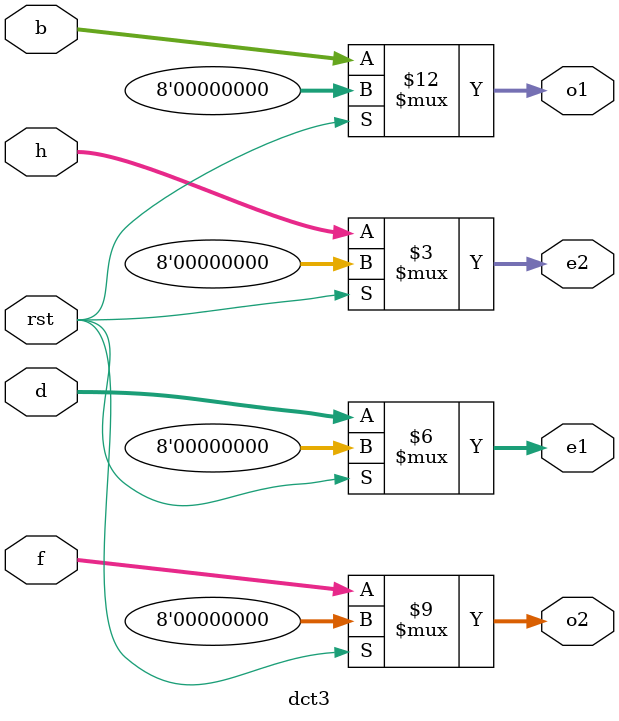
<source format=v>
`timescale 1ns / 1ps
module dct3(
input [7:0] b,d,f,h,
input rst,
output reg [7:0] o1, output reg [7:0] o2,
output reg [7:0] e1, output reg [7:0] e2 
);
always@(b,d,f,h,rst)
begin
  if(rst)
  begin 
   o1<=0;
	o2<=0;
	e1<=0;
	e2<=0;
	end
else 
  begin
   o1<=b;
   o2<=f;
   e1<=d;
   e2<=h;
end
end
endmodule

</source>
